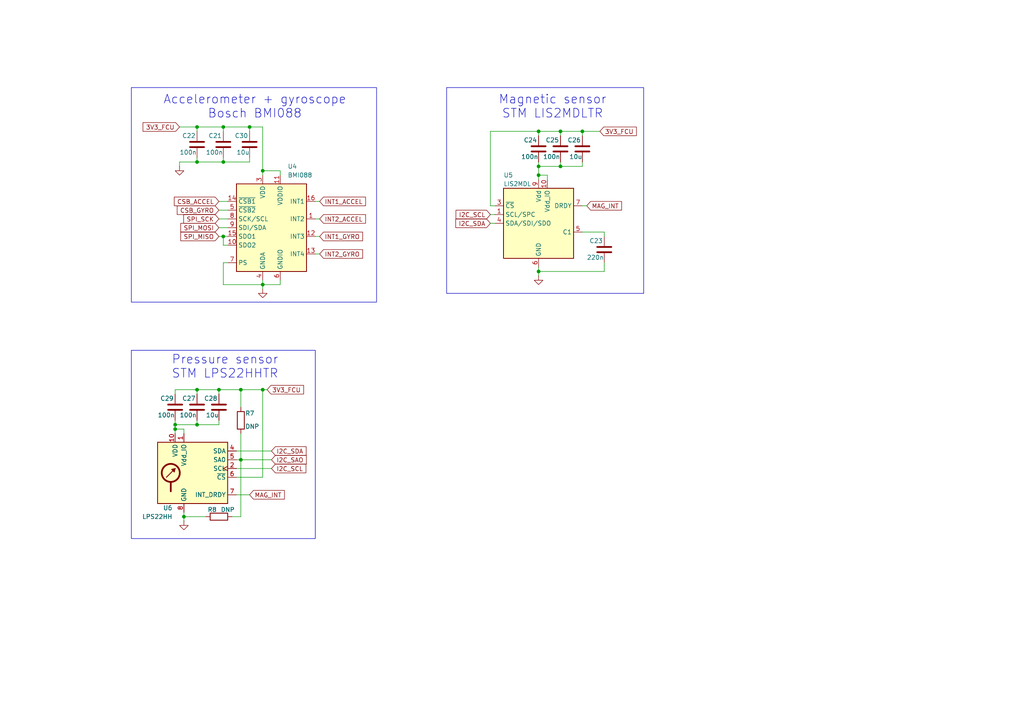
<source format=kicad_sch>
(kicad_sch (version 20250114) (generator "eeschema") (generator_version "9.0")
  (paper "A4")
  (lib_symbols
    (symbol "Device:C" (pin_numbers (hide yes)) (pin_names (offset 0.254))
      (property "Reference" "C" (at 0.635 2.54 0))
      (property "Value" "C" (at 0.635 -2.54 0))
      (symbol "C_0_1"
        (polyline (pts (xy -2.032 0.762) (xy 2.032 0.762)) (stroke (width 0.508)))
        (polyline (pts (xy -2.032 -0.762) (xy 2.032 -0.762)) (stroke (width 0.508)))
      )
      (symbol "C_1_1"
        (pin passive line (at 0 3.81 270) (length 2.794) (name "~") (number "1"))
        (pin passive line (at 0 -3.81 90) (length 2.794) (name "~") (number "2"))
      )
    )
    (symbol "Device:R" (pin_numbers (hide yes)) (pin_names (offset 0))
      (property "Reference" "R" (at 2.032 0 90))
      (property "Value" "R" (at 0 0 90))
      (symbol "R_0_1"
        (rectangle (start -1.016 -2.54) (end 1.016 2.54) (stroke (width 0.254)))
      )
      (symbol "R_1_1"
        (pin passive line (at 0 3.81 270) (length 1.27) (name "~") (number "1"))
        (pin passive line (at 0 -3.81 90) (length 1.27) (name "~") (number "2"))
      )
    )
    (symbol "Sensor_Magnetic:LIS2MDL"
      (property "Reference" "U" (at -8.89 11.43 0))
      (property "Value" "LIS2MDL" (at 7.62 11.43 0))
      (symbol "LIS2MDL_0_1"
        (rectangle (start -10.16 10.16) (end 10.16 -10.16) (stroke (width 0.254)) (fill (type background)))
      )
      (symbol "LIS2MDL_1_1"
        (pin input line (at -12.7 5.08 0) (length 2.54) (name "~{CS}") (number "3"))
        (pin input line (at -12.7 2.54 0) (length 2.54) (name "SCL/SPC") (number "1"))
        (pin bidirectional line (at -12.7 0 0) (length 2.54) (name "SDA/SDI/SDO") (number "4"))
        (pin no_connect line (at -10.16 -5.08 0) (length 2.54) (hide yes) (name "NC") (number "2"))
        (pin no_connect line (at -10.16 -7.62 0) (length 2.54) (hide yes) (name "NC") (number "11"))
        (pin power_in line (at 0 12.7 270) (length 2.54) (name "Vdd") (number "9"))
        (pin power_in line (at 0 -12.7 90) (length 2.54) (name "GND") (number "6"))
        (pin passive line (at 0 -12.7 90) (length 2.54) (hide yes) (name "GND") (number "8"))
        (pin power_in line (at 2.54 12.7 270) (length 2.54) (name "Vdd_IO") (number "10"))
        (pin no_connect line (at 10.16 -7.62 180) (length 2.54) (hide yes) (name "NC") (number "12"))
        (pin output line (at 12.7 5.08 180) (length 2.54) (name "DRDY") (number "7"))
        (pin power_out line (at 12.7 -2.54 180) (length 2.54) (name "C1") (number "5"))
      )
    )
    (symbol "Sensor_Motion:BMI088"
      (property "Reference" "U" (at -8.89 13.97 0))
      (property "Value" "BMI088" (at 8.89 13.97 0))
      (symbol "BMI088_1_1"
        (rectangle (start -10.16 12.7) (end 10.16 -12.7) (stroke (width 0.254)) (fill (type background)))
        (pin input line (at -12.7 7.62 0) (length 2.54) (name "~{CSB1}") (number "14"))
        (pin input line (at -12.7 5.08 0) (length 2.54) (name "~{CSB2}") (number "5"))
        (pin input line (at -12.7 2.54 0) (length 2.54) (name "SCK/SCL") (number "8"))
        (pin bidirectional line (at -12.7 0 0) (length 2.54) (name "SDI/SDA") (number "9"))
        (pin output line (at -12.7 -2.54 0) (length 2.54) (name "SDO1") (number "15"))
        (pin output line (at -12.7 -5.08 0) (length 2.54) (name "SDO2") (number "10"))
        (pin input line (at -12.7 -10.16 0) (length 2.54) (name "PS") (number "7"))
        (pin power_in line (at -2.54 15.24 270) (length 2.54) (name "VDD") (number "3"))
        (pin passive line (at -2.54 -15.24 90) (length 2.54) (hide yes) (name "GNDA") (number "2"))
        (pin power_in line (at -2.54 -15.24 90) (length 2.54) (name "GNDA") (number "4"))
        (pin power_in line (at 2.54 15.24 270) (length 2.54) (name "VDDIO") (number "11"))
        (pin power_in line (at 2.54 -15.24 90) (length 2.54) (name "GNDIO") (number "6"))
        (pin bidirectional line (at 12.7 7.62 180) (length 2.54) (name "INT1") (number "16"))
        (pin bidirectional line (at 12.7 2.54 180) (length 2.54) (name "INT2") (number "1"))
        (pin bidirectional line (at 12.7 -2.54 180) (length 2.54) (name "INT3") (number "12"))
        (pin bidirectional line (at 12.7 -7.62 180) (length 2.54) (name "INT4") (number "13"))
      )
    )
    (symbol "Sensor_Pressure:LPS22HH"
      (property "Reference" "U" (at -11.43 1.27 0))
      (property "Value" "LPS22HH" (at -11.43 -1.27 0))
      (symbol "LPS22HH_0_1"
        (rectangle (start -10.16 10.16) (end 10.16 -7.62) (stroke (width 0.254)) (fill (type background)))
        (polyline (pts (xy -7.62 0) (xy -5.08 2.54)) (stroke (width 0.254)))
        (circle (center -6.35 1.27) (radius 2.6162) (stroke (width 0.508)))
        (polyline (pts (xy -6.35 -1.524) (xy -6.35 -4.064)) (stroke (width 0.508)))
        (polyline (pts (xy -5.08 2.54) (xy -5.334 1.524) (xy -6.096 2.286) (xy -5.08 2.54)) (stroke (width 0.254)) (fill (type outline)))
      )
      (symbol "LPS22HH_1_1"
        (pin power_in line (at -5.08 12.7 270) (length 2.54) (name "VDD") (number "10"))
        (pin power_in line (at -2.54 12.7 270) (length 2.54) (name "Vdd_IO") (number "1"))
        (pin passive line (at -2.54 -10.16 90) (length 2.54) (hide yes) (name "GND") (number "3"))
        (pin power_in line (at -2.54 -10.16 90) (length 2.54) (name "GND") (number "8"))
        (pin passive line (at -2.54 -10.16 90) (length 2.54) (hide yes) (name "GND") (number "9"))
        (pin bidirectional line (at 12.7 7.62 180) (length 2.54) (name "SDA") (number "4"))
        (pin input line (at 12.7 5.08 180) (length 2.54) (name "SA0") (number "5"))
        (pin input clock (at 12.7 2.54 180) (length 2.54) (name "SCL") (number "2"))
        (pin input line (at 12.7 0 180) (length 2.54) (name "~{CS}") (number "6"))
        (pin output line (at 12.7 -5.08 180) (length 2.54) (name "INT_DRDY") (number "7"))
      )
    )
    (symbol "power:GND" (power) (pin_numbers (hide yes)) (pin_names (offset 0) (hide yes))
      (property "Value" "GND" (at 0 -3.81 0))
      (symbol "GND_0_1"
        (polyline (pts (xy 0 0) (xy 0 -1.27) (xy 1.27 -1.27) (xy 0 -2.54) (xy -1.27 -1.27) (xy 0 -1.27)))
      )
      (symbol "GND_1_1"
        (pin power_in line (at 0 0 270) (length 0) (name "~") (number "1"))
      )
    )
  )
  (rectangle (start 38.1 101.6) (end 91.44 156.21))
  (rectangle (start 38.1 25.4) (end 109.22 87.63))
  (rectangle (start 129.54 25.4) (end 186.69 85.09))
  (text "Accelerometer + gyroscope\nBosch BMI088" (at 73.914 30.988 0) (effects (font (size 2.54 2.54))))
  (text "Magnetic sensor\nSTM LIS2MDLTR" (at 160.274 30.988 0) (effects (font (size 2.54 2.54))))
  (text "Pressure sensor\nSTM LPS22HHTR" (at 65.278 106.426 0) (effects (font (size 2.54 2.54))))
  (junction (at 156.21 38.1))
  (junction (at 168.91 38.1))
  (junction (at 76.2 49.53))
  (junction (at 76.2 113.03))
  (junction (at 64.77 46.99))
  (junction (at 57.15 36.83))
  (junction (at 57.15 46.99))
  (junction (at 64.77 68.58))
  (junction (at 57.15 113.03))
  (junction (at 76.2 82.55))
  (junction (at 64.77 36.83))
  (junction (at 162.56 48.26))
  (junction (at 156.21 48.26))
  (junction (at 69.85 113.03))
  (junction (at 162.56 38.1))
  (junction (at 156.21 78.74))
  (junction (at 72.39 36.83))
  (junction (at 156.21 50.8))
  (junction (at 50.8 124.46))
  (junction (at 50.8 123.19))
  (junction (at 69.85 133.35))
  (junction (at 63.5 113.03))
  (junction (at 57.15 123.19))
  (junction (at 53.34 149.86))
  (wire (pts (xy 64.77 36.83) (xy 64.77 38.1)))
  (wire (pts (xy 67.31 149.86) (xy 69.85 149.86)))
  (wire (pts (xy 52.07 46.99) (xy 57.15 46.99)))
  (wire (pts (xy 68.58 135.89) (xy 78.74 135.89)))
  (wire (pts (xy 63.5 63.5) (xy 66.04 63.5)))
  (wire (pts (xy 68.58 133.35) (xy 69.85 133.35)))
  (wire (pts (xy 76.2 138.43) (xy 76.2 113.03)))
  (wire (pts (xy 64.77 71.12) (xy 64.77 68.58)))
  (wire (pts (xy 57.15 113.03) (xy 50.8 113.03)))
  (wire (pts (xy 156.21 48.26) (xy 156.21 50.8)))
  (wire (pts (xy 156.21 78.74) (xy 156.21 80.01)))
  (wire (pts (xy 53.34 124.46) (xy 50.8 124.46)))
  (wire (pts (xy 156.21 48.26) (xy 162.56 48.26)))
  (wire (pts (xy 69.85 113.03) (xy 69.85 118.11)))
  (wire (pts (xy 53.34 149.86) (xy 53.34 151.13)))
  (wire (pts (xy 66.04 76.2) (xy 64.77 76.2)))
  (wire (pts (xy 63.5 58.42) (xy 66.04 58.42)))
  (wire (pts (xy 92.71 68.58) (xy 91.44 68.58)))
  (wire (pts (xy 63.5 60.96) (xy 66.04 60.96)))
  (wire (pts (xy 168.91 46.99) (xy 168.91 48.26)))
  (wire (pts (xy 175.26 68.58) (xy 175.26 67.31)))
  (wire (pts (xy 76.2 49.53) (xy 81.28 49.53)))
  (wire (pts (xy 175.26 76.2) (xy 175.26 78.74)))
  (wire (pts (xy 64.77 68.58) (xy 66.04 68.58)))
  (wire (pts (xy 76.2 82.55) (xy 81.28 82.55)))
  (wire (pts (xy 50.8 123.19) (xy 50.8 124.46)))
  (wire (pts (xy 156.21 78.74) (xy 175.26 78.74)))
  (wire (pts (xy 63.5 113.03) (xy 69.85 113.03)))
  (wire (pts (xy 72.39 45.72) (xy 72.39 46.99)))
  (wire (pts (xy 162.56 38.1) (xy 162.56 39.37)))
  (wire (pts (xy 64.77 46.99) (xy 72.39 46.99)))
  (wire (pts (xy 50.8 121.92) (xy 50.8 123.19)))
  (wire (pts (xy 57.15 36.83) (xy 64.77 36.83)))
  (wire (pts (xy 92.71 58.42) (xy 91.44 58.42)))
  (wire (pts (xy 69.85 113.03) (xy 76.2 113.03)))
  (wire (pts (xy 72.39 36.83) (xy 72.39 38.1)))
  (wire (pts (xy 168.91 38.1) (xy 173.99 38.1)))
  (wire (pts (xy 57.15 36.83) (xy 57.15 38.1)))
  (wire (pts (xy 162.56 48.26) (xy 168.91 48.26)))
  (wire (pts (xy 156.21 50.8) (xy 156.21 52.07)))
  (wire (pts (xy 92.71 63.5) (xy 91.44 63.5)))
  (wire (pts (xy 63.5 113.03) (xy 57.15 113.03)))
  (wire (pts (xy 57.15 45.72) (xy 57.15 46.99)))
  (wire (pts (xy 69.85 133.35) (xy 78.74 133.35)))
  (wire (pts (xy 156.21 38.1) (xy 162.56 38.1)))
  (wire (pts (xy 68.58 138.43) (xy 76.2 138.43)))
  (wire (pts (xy 50.8 123.19) (xy 57.15 123.19)))
  (wire (pts (xy 72.39 143.51) (xy 68.58 143.51)))
  (wire (pts (xy 50.8 124.46) (xy 50.8 125.73)))
  (wire (pts (xy 63.5 121.92) (xy 63.5 123.19)))
  (wire (pts (xy 76.2 36.83) (xy 76.2 49.53)))
  (wire (pts (xy 142.24 62.23) (xy 143.51 62.23)))
  (wire (pts (xy 142.24 64.77) (xy 143.51 64.77)))
  (wire (pts (xy 63.5 68.58) (xy 64.77 68.58)))
  (wire (pts (xy 50.8 113.03) (xy 50.8 114.3)))
  (wire (pts (xy 57.15 121.92) (xy 57.15 123.19)))
  (wire (pts (xy 168.91 67.31) (xy 175.26 67.31)))
  (wire (pts (xy 92.71 73.66) (xy 91.44 73.66)))
  (wire (pts (xy 59.69 149.86) (xy 53.34 149.86)))
  (wire (pts (xy 53.34 148.59) (xy 53.34 149.86)))
  (wire (pts (xy 76.2 113.03) (xy 77.47 113.03)))
  (wire (pts (xy 64.77 82.55) (xy 76.2 82.55)))
  (wire (pts (xy 81.28 81.28) (xy 81.28 82.55)))
  (wire (pts (xy 76.2 82.55) (xy 76.2 83.82)))
  (wire (pts (xy 64.77 46.99) (xy 57.15 46.99)))
  (wire (pts (xy 158.75 50.8) (xy 156.21 50.8)))
  (wire (pts (xy 142.24 59.69) (xy 142.24 38.1)))
  (wire (pts (xy 156.21 77.47) (xy 156.21 78.74)))
  (wire (pts (xy 162.56 38.1) (xy 168.91 38.1)))
  (wire (pts (xy 69.85 133.35) (xy 69.85 149.86)))
  (wire (pts (xy 142.24 38.1) (xy 156.21 38.1)))
  (wire (pts (xy 66.04 71.12) (xy 64.77 71.12)))
  (wire (pts (xy 76.2 49.53) (xy 76.2 50.8)))
  (wire (pts (xy 72.39 36.83) (xy 76.2 36.83)))
  (wire (pts (xy 68.58 130.81) (xy 78.74 130.81)))
  (wire (pts (xy 162.56 46.99) (xy 162.56 48.26)))
  (wire (pts (xy 52.07 48.26) (xy 52.07 46.99)))
  (wire (pts (xy 168.91 38.1) (xy 168.91 39.37)))
  (wire (pts (xy 52.07 36.83) (xy 57.15 36.83)))
  (wire (pts (xy 53.34 125.73) (xy 53.34 124.46)))
  (wire (pts (xy 57.15 113.03) (xy 57.15 114.3)))
  (wire (pts (xy 64.77 76.2) (xy 64.77 82.55)))
  (wire (pts (xy 64.77 45.72) (xy 64.77 46.99)))
  (wire (pts (xy 69.85 125.73) (xy 69.85 133.35)))
  (wire (pts (xy 81.28 50.8) (xy 81.28 49.53)))
  (wire (pts (xy 158.75 52.07) (xy 158.75 50.8)))
  (wire (pts (xy 63.5 66.04) (xy 66.04 66.04)))
  (wire (pts (xy 57.15 123.19) (xy 63.5 123.19)))
  (wire (pts (xy 168.91 59.69) (xy 170.18 59.69)))
  (wire (pts (xy 64.77 36.83) (xy 72.39 36.83)))
  (wire (pts (xy 142.24 59.69) (xy 143.51 59.69)))
  (wire (pts (xy 63.5 114.3) (xy 63.5 113.03)))
  (wire (pts (xy 156.21 46.99) (xy 156.21 48.26)))
  (wire (pts (xy 76.2 81.28) (xy 76.2 82.55)))
  (wire (pts (xy 156.21 39.37) (xy 156.21 38.1)))
  (global_label "3V3_FCU" (shape input) (at 77.47 113.03 0) (property "Intersheetrefs" "${INTERSHEET_REFS}" (effects (hide yes))))
  (global_label "I2C_SDA" (shape input) (at 78.74 130.81 0) (property "Intersheetrefs" "${INTERSHEET_REFS}" (effects (hide yes))))
  (global_label "3V3_FCU" (shape input) (at 173.99 38.1 0) (property "Intersheetrefs" "${INTERSHEET_REFS}" (effects (hide yes))))
  (global_label "I2C_SAO" (shape input) (at 78.74 133.35 0) (property "Intersheetrefs" "${INTERSHEET_REFS}" (effects (hide yes))))
  (global_label "3V3_FCU" (shape input) (at 52.07 36.83 180) (property "Intersheetrefs" "${INTERSHEET_REFS}" (effects (hide yes))))
  (global_label "INT1_ACCEL" (shape input) (at 92.71 58.42 0) (property "Intersheetrefs" "${INTERSHEET_REFS}" (effects (hide yes))))
  (global_label "INT2_GYRO" (shape input) (at 92.71 73.66 0) (property "Intersheetrefs" "${INTERSHEET_REFS}" (effects (hide yes))))
  (global_label "SPI_MISO" (shape input) (at 63.5 68.58 180) (property "Intersheetrefs" "${INTERSHEET_REFS}" (effects (hide yes))))
  (global_label "CSB_GYRO" (shape input) (at 63.5 60.96 180) (property "Intersheetrefs" "${INTERSHEET_REFS}" (effects (hide yes))))
  (global_label "MAG_INT" (shape input) (at 72.39 143.51 0) (property "Intersheetrefs" "${INTERSHEET_REFS}" (effects (hide yes))))
  (global_label "I2C_SCL" (shape input) (at 78.74 135.89 0) (property "Intersheetrefs" "${INTERSHEET_REFS}" (effects (hide yes))))
  (global_label "SPI_MOSI" (shape input) (at 63.5 66.04 180) (property "Intersheetrefs" "${INTERSHEET_REFS}" (effects (hide yes))))
  (global_label "CSB_ACCEL" (shape input) (at 63.5 58.42 180) (property "Intersheetrefs" "${INTERSHEET_REFS}" (effects (hide yes))))
  (global_label "MAG_INT" (shape input) (at 170.18 59.69 0) (property "Intersheetrefs" "${INTERSHEET_REFS}" (effects (hide yes))))
  (global_label "I2C_SDA" (shape input) (at 142.24 64.77 180) (property "Intersheetrefs" "${INTERSHEET_REFS}" (effects (hide yes))))
  (global_label "INT2_ACCEL" (shape input) (at 92.71 63.5 0) (property "Intersheetrefs" "${INTERSHEET_REFS}" (effects (hide yes))))
  (global_label "SPI_SCK" (shape input) (at 63.5 63.5 180) (property "Intersheetrefs" "${INTERSHEET_REFS}" (effects (hide yes))))
  (global_label "INT1_GYRO" (shape input) (at 92.71 68.58 0) (property "Intersheetrefs" "${INTERSHEET_REFS}" (effects (hide yes))))
  (global_label "I2C_SCL" (shape input) (at 142.24 62.23 180) (property "Intersheetrefs" "${INTERSHEET_REFS}" (effects (hide yes))))
  (symbol (lib_id "Device:C") (at 156.21 43.18 0) (unit 1)
    (property "Reference" "C24" (at 151.892 40.64 0) (effects (justify left)))
    (property "Value" "100n" (at 151.13 45.466 0) (effects (justify left)))
    (property "Footprint" "Capacitor_SMD:C_0805_2012Metric_Pad1.18x1.45mm_HandSolder" (effects (hide yes)))
    (property "Description" "Unpolarized capacitor" (effects (hide yes)))
  )
  (symbol (lib_id "Device:C") (at 50.8 118.11 0) (unit 1)
    (property "Reference" "C29" (at 46.482 115.57 0) (effects (justify left)))
    (property "Value" "100n" (at 45.72 120.396 0) (effects (justify left)))
    (property "Footprint" "Capacitor_SMD:C_0805_2012Metric_Pad1.18x1.45mm_HandSolder" (effects (hide yes)))
    (property "Description" "Unpolarized capacitor" (effects (hide yes)))
  )
  (symbol (lib_id "power:GND") (at 76.2 83.82 0) (unit 1)
    (property "Reference" "#PWR017" (effects (hide yes)))
    (property "Value" "GND" (effects (hide yes)))
    (property "Description" "Power symbol creates a global label with name \"GND\" , ground" (effects (hide yes)))
  )
  (symbol (lib_id "Sensor_Magnetic:LIS2MDL") (at 156.21 64.77 0) (unit 1)
    (property "Reference" "U5" (at 146.05 50.8 0) (effects (justify left)))
    (property "Value" "LIS2MDL" (at 146.05 53.34 0) (effects (justify left)))
    (property "Footprint" "Package_LGA:LGA-12_2x2mm_P0.5mm" (effects (hide yes)))
    (property "Datasheet" "https://www.st.com/resource/en/datasheet/lis2mdl.pdf" (effects (hide yes)))
    (property "Description" "Ultra-low-power, 3-axis digital output magnetometer, LGA-12" (effects (hide yes)))
  )
  (symbol (lib_id "Device:C") (at 63.5 118.11 0) (unit 1)
    (property "Reference" "C28" (at 59.182 115.57 0) (effects (justify left)))
    (property "Value" "10u" (at 59.69 120.396 0) (effects (justify left)))
    (property "Footprint" "Capacitor_SMD:C_0805_2012Metric_Pad1.18x1.45mm_HandSolder" (effects (hide yes)))
    (property "Description" "Unpolarized capacitor" (effects (hide yes)))
  )
  (symbol (lib_id "Device:C") (at 168.91 43.18 0) (unit 1)
    (property "Reference" "C26" (at 164.592 40.64 0) (effects (justify left)))
    (property "Value" "10u" (at 165.1 45.466 0) (effects (justify left)))
    (property "Footprint" "Capacitor_SMD:C_0805_2012Metric_Pad1.18x1.45mm_HandSolder" (effects (hide yes)))
    (property "Description" "Unpolarized capacitor" (effects (hide yes)))
  )
  (symbol (lib_id "Device:R") (at 69.85 121.92 0) (mirror x) (unit 1)
    (property "Reference" "R7" (at 71.12 119.888 0) (effects (justify left)))
    (property "Value" "DNP" (at 71.12 123.698 0) (effects (justify left)))
    (property "Footprint" "Resistor_SMD:R_0201_0603Metric" (effects (hide yes)))
    (property "Description" "Resistor" (effects (hide yes)))
  )
  (symbol (lib_id "Device:C") (at 57.15 41.91 0) (unit 1)
    (property "Reference" "C22" (at 52.832 39.37 0) (effects (justify left)))
    (property "Value" "100n" (at 52.07 44.196 0) (effects (justify left)))
    (property "Footprint" "Capacitor_SMD:C_0805_2012Metric_Pad1.18x1.45mm_HandSolder" (effects (hide yes)))
    (property "Description" "Unpolarized capacitor" (effects (hide yes)))
  )
  (symbol (lib_id "power:GND") (at 156.21 80.01 0) (unit 1)
    (property "Reference" "#PWR019" (effects (hide yes)))
    (property "Value" "GND" (effects (hide yes)))
    (property "Description" "Power symbol creates a global label with name \"GND\" , ground" (effects (hide yes)))
  )
  (symbol (lib_id "Device:C") (at 57.15 118.11 0) (unit 1)
    (property "Reference" "C27" (at 52.832 115.57 0) (effects (justify left)))
    (property "Value" "100n" (at 52.07 120.396 0) (effects (justify left)))
    (property "Footprint" "Capacitor_SMD:C_0805_2012Metric_Pad1.18x1.45mm_HandSolder" (effects (hide yes)))
    (property "Description" "Unpolarized capacitor" (effects (hide yes)))
  )
  (symbol (lib_id "Device:R") (at 63.5 149.86 270) (mirror x) (unit 1)
    (property "Reference" "R8" (at 60.198 147.828 90) (effects (justify left)))
    (property "Value" "DNP" (at 64.008 147.828 90) (effects (justify left)))
    (property "Footprint" "Resistor_SMD:R_0201_0603Metric" (effects (hide yes)))
    (property "Description" "Resistor" (effects (hide yes)))
  )
  (symbol (lib_id "power:GND") (at 52.07 48.26 0) (unit 1)
    (property "Reference" "#PWR018" (effects (hide yes)))
    (property "Value" "GND" (effects (hide yes)))
    (property "Description" "Power symbol creates a global label with name \"GND\" , ground" (effects (hide yes)))
  )
  (symbol (lib_id "Device:C") (at 175.26 72.39 0) (unit 1)
    (property "Reference" "C23" (at 170.942 69.85 0) (effects (justify left)))
    (property "Value" "220n" (at 170.18 74.676 0) (effects (justify left)))
    (property "Footprint" "Capacitor_SMD:C_0805_2012Metric_Pad1.18x1.45mm_HandSolder" (effects (hide yes)))
    (property "Description" "Unpolarized capacitor" (effects (hide yes)))
  )
  (symbol (lib_id "Device:C") (at 64.77 41.91 0) (unit 1)
    (property "Reference" "C21" (at 60.452 39.37 0) (effects (justify left)))
    (property "Value" "100n" (at 59.69 44.196 0) (effects (justify left)))
    (property "Footprint" "Capacitor_SMD:C_0805_2012Metric_Pad1.18x1.45mm_HandSolder" (effects (hide yes)))
    (property "Description" "Unpolarized capacitor" (effects (hide yes)))
  )
  (symbol (lib_id "Device:C") (at 162.56 43.18 0) (unit 1)
    (property "Reference" "C25" (at 158.242 40.64 0) (effects (justify left)))
    (property "Value" "100n" (at 157.48 45.466 0) (effects (justify left)))
    (property "Footprint" "Capacitor_SMD:C_0805_2012Metric_Pad1.18x1.45mm_HandSolder" (effects (hide yes)))
    (property "Description" "Unpolarized capacitor" (effects (hide yes)))
  )
  (symbol (lib_id "power:GND") (at 53.34 151.13 0) (unit 1)
    (property "Reference" "#PWR020" (effects (hide yes)))
    (property "Value" "GND" (effects (hide yes)))
    (property "Description" "Power symbol creates a global label with name \"GND\" , ground" (effects (hide yes)))
  )
  (symbol (lib_id "Sensor_Pressure:LPS22HH") (at 55.88 138.43 0) (unit 1)
    (property "Reference" "U6" (at 50.038 147.32 0) (effects (justify right)))
    (property "Value" "LPS22HH" (at 50.038 149.86 0) (effects (justify right)))
    (property "Footprint" "Package_LGA:ST_HLGA-10_2x2mm_P0.5mm_LayoutBorder3x2y" (effects (hide yes)))
    (property "Datasheet" "https://www.st.com/resource/en/datasheet/lps22hh.pdf" (effects (hide yes)))
    (property "Description" "MEMS nano pressure sensor, 260-1260 hPa, absolute digital output baromeeter, 24 bit, SPI, I2C, I3C, 0.65 Pa noise rms, ST_HLGA-10L" (effects (hide yes)))
  )
  (symbol (lib_id "Sensor_Motion:BMI088") (at 78.74 66.04 0) (unit 1)
    (property "Reference" "U4" (at 83.4233 48.26 0) (effects (justify left)))
    (property "Value" "BMI088" (at 83.4233 50.8 0) (effects (justify left)))
    (property "Footprint" "Package_LGA:Bosch_LGA-16_4.5x3mm_P0.5mm_LayoutBorder7x1y_ClockwisePinNumbering" (effects (hide yes)))
    (property "Datasheet" "https://www.bosch-sensortec.com/media/boschsensortec/downloads/datasheets/bst-bmi088-ds001.pdf" (effects (hide yes)))
    (property "Description" "Accelerometer, Gyroscope, 6-Axis Sensor, I2C / SPI interface, LGA-16" (effects (hide yes)))
  )
  (symbol (lib_id "Device:C") (at 72.39 41.91 0) (unit 1)
    (property "Reference" "C30" (at 68.072 39.37 0) (effects (justify left)))
    (property "Value" "10u" (at 68.58 44.196 0) (effects (justify left)))
    (property "Footprint" "Capacitor_SMD:C_0805_2012Metric_Pad1.18x1.45mm_HandSolder" (effects (hide yes)))
    (property "Description" "Unpolarized capacitor" (effects (hide yes)))
  )
)
</source>
